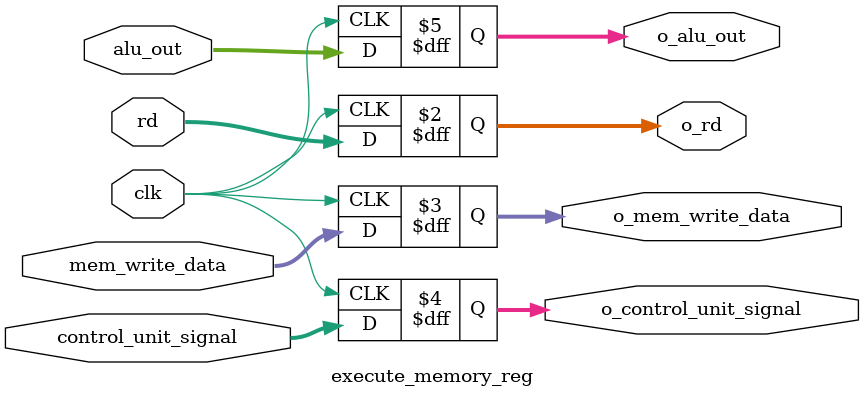
<source format=v>
module execute_memory_reg(
    input clk,
    input [4:0] rd,
    input [31:0] mem_write_data,
    input [7:0] control_unit_signal,
    input [31:0] alu_out,
    output reg [4:0] o_rd,
    output reg [31:0] o_mem_write_data,
    output reg [7:0] o_control_unit_signal,
    output reg [31:0] o_alu_out
);

always @(posedge clk) begin

    o_rd = rd;
    o_mem_write_data = mem_write_data;
    o_control_unit_signal = control_unit_signal;
    o_alu_out = alu_out;

end

endmodule

</source>
